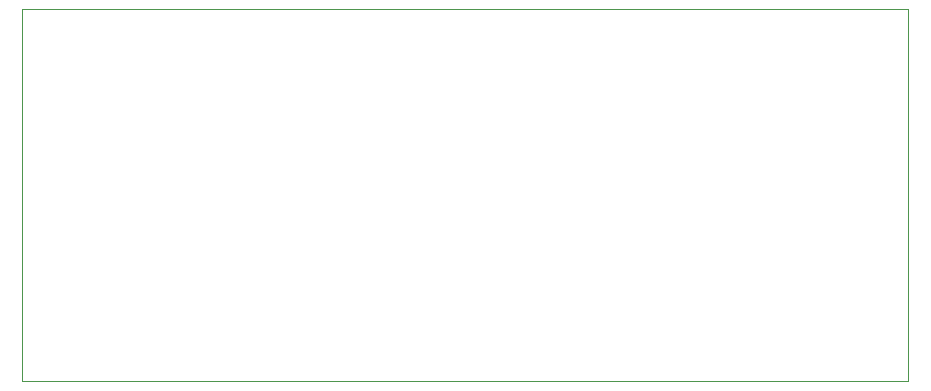
<source format=gbr>
%TF.GenerationSoftware,KiCad,Pcbnew,8.0.6*%
%TF.CreationDate,2024-11-02T03:13:20+03:00*%
%TF.ProjectId,kicad,6b696361-642e-46b6-9963-61645f706362,rev?*%
%TF.SameCoordinates,Original*%
%TF.FileFunction,Profile,NP*%
%FSLAX46Y46*%
G04 Gerber Fmt 4.6, Leading zero omitted, Abs format (unit mm)*
G04 Created by KiCad (PCBNEW 8.0.6) date 2024-11-02 03:13:20*
%MOMM*%
%LPD*%
G01*
G04 APERTURE LIST*
%TA.AperFunction,Profile*%
%ADD10C,0.050000*%
%TD*%
G04 APERTURE END LIST*
D10*
X128000000Y-62000000D02*
X203000000Y-62000000D01*
X203000000Y-93500000D01*
X128000000Y-93500000D01*
X128000000Y-62000000D01*
M02*

</source>
